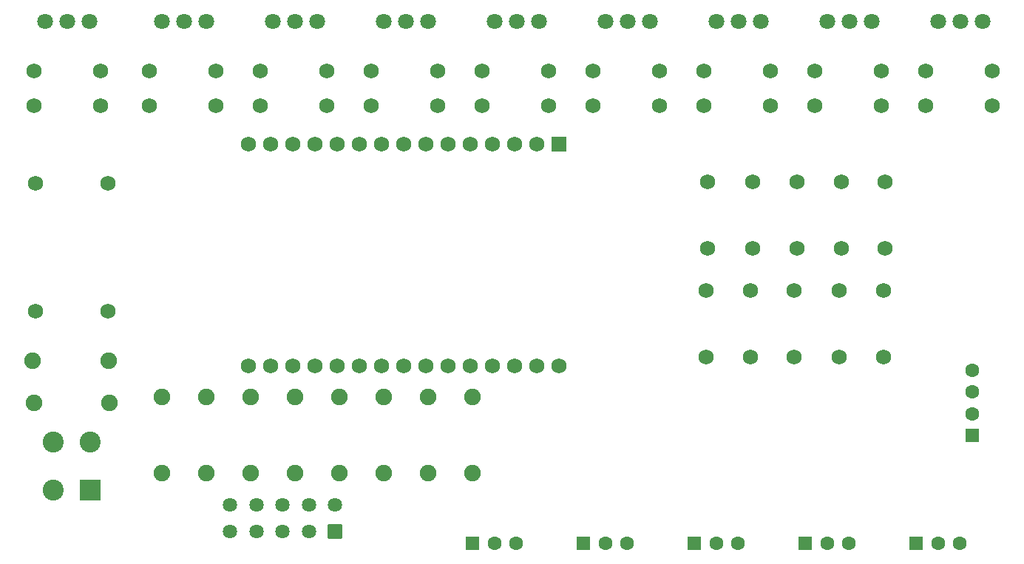
<source format=gbs>
G04 Layer: BottomSolderMaskLayer*
G04 EasyEDA v6.5.39, 2024-09-29 20:51:04*
G04 9dd5da30d42b491596d51ff902fabefb,51e75598fcfa43b1b8b7fc2dab888f2e,10*
G04 Gerber Generator version 0.2*
G04 Scale: 100 percent, Rotated: No, Reflected: No *
G04 Dimensions in millimeters *
G04 leading zeros omitted , absolute positions ,4 integer and 5 decimal *
%FSLAX45Y45*%
%MOMM*%

%AMMACRO1*1,1,$1,$2,$3*1,1,$1,$4,$5*1,1,$1,0-$2,0-$3*1,1,$1,0-$4,0-$5*20,1,$1,$2,$3,$4,$5,0*20,1,$1,$4,$5,0-$2,0-$3,0*20,1,$1,0-$2,0-$3,0-$4,0-$5,0*20,1,$1,0-$4,0-$5,$2,$3,0*4,1,4,$2,$3,$4,$5,0-$2,0-$3,0-$4,0-$5,$2,$3,0*%
%ADD10C,1.9016*%
%ADD11C,1.6016*%
%ADD12MACRO1,0.1016X-0.75X0.75X0.75X0.75*%
%ADD13R,1.6016X1.6016*%
%ADD14MACRO1,0.2032X-1.1X1.1X1.1X1.1*%
%ADD15C,2.4032*%
%ADD16C,1.8016*%
%ADD17C,1.7526*%
%ADD18C,1.7272*%
%ADD19MACRO1,0.2032X0.762X0.762X0.762X-0.762*%
%ADD20MACRO1,0.1016X-0.765X0.765X0.765X0.765*%
%ADD21C,1.6317*%

%LPD*%
D10*
G01*
X3314700Y3159099D03*
G01*
X3314700Y4029100D03*
G01*
X3822700Y3159099D03*
G01*
X3822700Y4029100D03*
G01*
X4330700Y3159099D03*
G01*
X4330700Y4029100D03*
G01*
X4838700Y3159099D03*
G01*
X4838700Y4029100D03*
G01*
X5346700Y3159099D03*
G01*
X5346700Y4029100D03*
G01*
X5854700Y3159099D03*
G01*
X5854700Y4029100D03*
G01*
X6362700Y3159099D03*
G01*
X6362700Y4029100D03*
G01*
X6870700Y3159099D03*
G01*
X6870700Y4029100D03*
G01*
X1838299Y4445000D03*
G01*
X2708300Y4445000D03*
D11*
G01*
X7374686Y2349500D03*
G01*
X7124700Y2349500D03*
D12*
G01*
X6874686Y2349493D03*
D11*
G01*
X8644712Y2349500D03*
G01*
X8394725Y2349500D03*
D12*
G01*
X8144701Y2349493D03*
D11*
G01*
X9914712Y2349500D03*
G01*
X9664725Y2349500D03*
D12*
G01*
X9414701Y2349493D03*
D11*
G01*
X11184712Y2349500D03*
G01*
X10934725Y2349500D03*
D12*
G01*
X10684701Y2349493D03*
D11*
G01*
X12454712Y2349500D03*
G01*
X12204725Y2349500D03*
D12*
G01*
X11954701Y2349493D03*
D13*
G01*
X12598400Y3587394D03*
D11*
G01*
X12598400Y3837431D03*
G01*
X12598400Y4087418D03*
G01*
X12598400Y4337430D03*
D14*
G01*
X2495989Y2965190D03*
D15*
G01*
X2076018Y2965195D03*
G01*
X2496007Y3515207D03*
G01*
X2076018Y3515207D03*
D16*
G01*
X3314700Y8331174D03*
G01*
X3568700Y8331174D03*
G01*
X3822700Y8331174D03*
G01*
X4584700Y8331174D03*
G01*
X4838700Y8331174D03*
G01*
X5092700Y8331174D03*
G01*
X5854700Y8331174D03*
G01*
X6108700Y8331174D03*
G01*
X6362700Y8331174D03*
G01*
X7124700Y8331174D03*
G01*
X7378700Y8331174D03*
G01*
X7632700Y8331174D03*
G01*
X8394700Y8331174D03*
G01*
X8648700Y8331174D03*
G01*
X8902700Y8331174D03*
G01*
X9664700Y8331174D03*
G01*
X9918700Y8331174D03*
G01*
X10172700Y8331174D03*
G01*
X10934700Y8331174D03*
G01*
X11188700Y8331174D03*
G01*
X11442700Y8331174D03*
G01*
X12204700Y8331174D03*
G01*
X12458700Y8331174D03*
G01*
X12712700Y8331174D03*
G01*
X1981200Y8331174D03*
G01*
X2235200Y8331174D03*
G01*
X2489200Y8331174D03*
D17*
G01*
X3175000Y7759700D03*
G01*
X3937000Y7759700D03*
G01*
X4445000Y7759700D03*
G01*
X5207000Y7759700D03*
G01*
X5715000Y7759700D03*
G01*
X6477000Y7759700D03*
G01*
X6985000Y7759700D03*
G01*
X7747000Y7759700D03*
G01*
X8255000Y7759700D03*
G01*
X9017000Y7759700D03*
G01*
X9525000Y7759700D03*
G01*
X10287000Y7759700D03*
G01*
X10795000Y7759700D03*
G01*
X11557000Y7759700D03*
G01*
X12065000Y7759700D03*
G01*
X12827000Y7759700D03*
G01*
X3175000Y7366000D03*
G01*
X3937000Y7366000D03*
G01*
X4445000Y7366000D03*
G01*
X5207000Y7366000D03*
G01*
X5715000Y7366000D03*
G01*
X6477000Y7366000D03*
G01*
X6985000Y7366000D03*
G01*
X7747000Y7366000D03*
G01*
X8255000Y7366000D03*
G01*
X9017000Y7366000D03*
G01*
X9525000Y7366000D03*
G01*
X10287000Y7366000D03*
G01*
X10795000Y7366000D03*
G01*
X11557000Y7366000D03*
G01*
X12065000Y7366000D03*
G01*
X12827000Y7366000D03*
G01*
X1854200Y7366000D03*
G01*
X2616200Y7366000D03*
G01*
X1854200Y7759700D03*
G01*
X2616200Y7759700D03*
G01*
X11582400Y5245100D03*
G01*
X11582400Y4483100D03*
G01*
X10083800Y6489700D03*
G01*
X10083800Y5727700D03*
G01*
X10058400Y5245100D03*
G01*
X10058400Y4483100D03*
G01*
X10553700Y5245100D03*
G01*
X10553700Y4483100D03*
G01*
X11099800Y6489700D03*
G01*
X11099800Y5727700D03*
G01*
X9563100Y5727700D03*
G01*
X9563100Y6489700D03*
G01*
X10591800Y5727700D03*
G01*
X10591800Y6489700D03*
G01*
X9550400Y4483100D03*
G01*
X9550400Y5245100D03*
G01*
X11074400Y4483100D03*
G01*
X11074400Y5245100D03*
G01*
X11595100Y5727700D03*
G01*
X11595100Y6489700D03*
D18*
G01*
X1866900Y5012004D03*
G01*
X2701899Y5012004D03*
G01*
X2701899Y6477000D03*
G01*
X1866900Y6477000D03*
D19*
G01*
X7861312Y6921502D03*
D18*
G01*
X7607300Y6921500D03*
G01*
X7353300Y6921500D03*
G01*
X7099300Y6921500D03*
G01*
X6845300Y6921500D03*
G01*
X6591300Y6921500D03*
G01*
X6337300Y6921500D03*
G01*
X6083300Y6921500D03*
G01*
X5829300Y6921500D03*
G01*
X5575300Y6921500D03*
G01*
X5321300Y6921500D03*
G01*
X5067300Y6921500D03*
G01*
X4813300Y6921500D03*
G01*
X4559300Y6921500D03*
G01*
X4305300Y6921500D03*
G01*
X4305300Y4381500D03*
G01*
X4559300Y4381500D03*
G01*
X4813300Y4381500D03*
G01*
X5067300Y4381500D03*
G01*
X5321300Y4381500D03*
G01*
X5575300Y4381500D03*
G01*
X5829300Y4381500D03*
G01*
X6083300Y4381500D03*
G01*
X6337300Y4381500D03*
G01*
X6591300Y4381500D03*
G01*
X6845300Y4381500D03*
G01*
X7099300Y4381500D03*
G01*
X7353300Y4381500D03*
G01*
X7607300Y4381500D03*
G01*
X7861300Y4381500D03*
D20*
G01*
X5298988Y2489398D03*
D21*
G01*
X4998999Y2489403D03*
G01*
X4699000Y2489403D03*
G01*
X4399000Y2489403D03*
G01*
X4099001Y2489403D03*
G01*
X5298998Y2789402D03*
G01*
X4998999Y2789402D03*
G01*
X4699000Y2789402D03*
G01*
X4399000Y2789402D03*
G01*
X4099001Y2789402D03*
D10*
G01*
X1850999Y3962400D03*
G01*
X2721000Y3962400D03*
M02*

</source>
